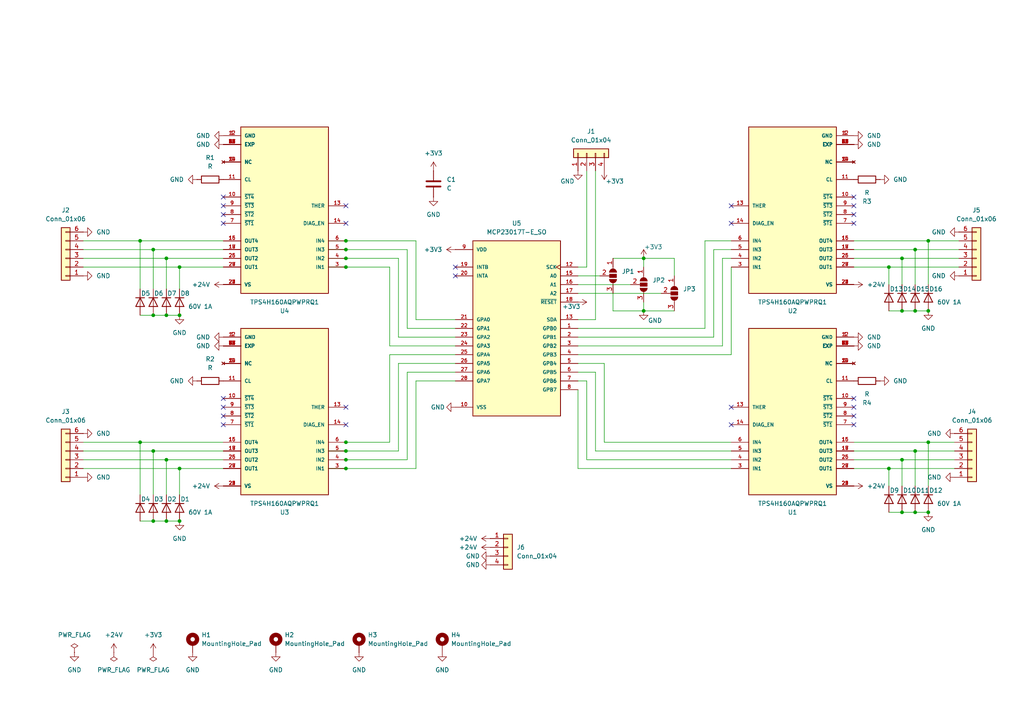
<source format=kicad_sch>
(kicad_sch (version 20250114) (generator "eeschema") (generator_version "9.0")
  (paper "A4")
  (lib_symbols
    (symbol "Connector_Generic:Conn_01x04" (pin_names (offset 1.016) (hide yes))
      (property "Reference" "J" (at 0 5.08 0))
      (property "Value" "Conn_01x04" (at 0 -7.62 0))
      (symbol "Conn_01x04_1_1"
        (pin passive line (at -5.08 2.54 0) (length 3.81) (name "Pin_1") (number "1"))
        (pin passive line (at -5.08 0 0) (length 3.81) (name "Pin_2") (number "2"))
        (pin passive line (at -5.08 -2.54 0) (length 3.81) (name "Pin_3") (number "3"))
        (pin passive line (at -5.08 -5.08 0) (length 3.81) (name "Pin_4") (number "4"))
      )
    )
    (symbol "Connector_Generic:Conn_01x06" (pin_names (offset 1.016) (hide yes))
      (property "Reference" "J" (at 0 7.62 0))
      (property "Value" "Conn_01x06" (at 0 -10.16 0))
      (symbol "Conn_01x06_1_1"
        (pin passive line (at -5.08 5.08 0) (length 3.81) (name "Pin_1") (number "1"))
        (pin passive line (at -5.08 2.54 0) (length 3.81) (name "Pin_2") (number "2"))
        (pin passive line (at -5.08 0 0) (length 3.81) (name "Pin_3") (number "3"))
        (pin passive line (at -5.08 -2.54 0) (length 3.81) (name "Pin_4") (number "4"))
        (pin passive line (at -5.08 -5.08 0) (length 3.81) (name "Pin_5") (number "5"))
        (pin passive line (at -5.08 -7.62 0) (length 3.81) (name "Pin_6") (number "6"))
      )
    )
    (symbol "Device:C" (pin_numbers (hide yes)) (pin_names (offset 0.254))
      (property "Reference" "C" (at 0.635 2.54 0))
      (property "Value" "C" (at 0.635 -2.54 0))
      (symbol "C_1_1"
        (pin passive line (at 0 3.81 270) (length 2.794) (name "~") (number "1"))
        (pin passive line (at 0 -3.81 90) (length 2.794) (name "~") (number "2"))
      )
    )
    (symbol "Device:D" (pin_numbers (hide yes)) (pin_names (offset 1.016) (hide yes))
      (property "Reference" "D" (at 0 2.54 0))
      (property "Value" "D" (at 0 -2.54 0))
      (symbol "D_1_1"
        (pin passive line (at -3.81 0 0) (length 2.54) (name "K") (number "1"))
        (pin passive line (at 3.81 0 180) (length 2.54) (name "A") (number "2"))
      )
    )
    (symbol "Device:R" (pin_numbers (hide yes)) (pin_names (offset 0))
      (property "Reference" "R" (at 2.032 0 90))
      (property "Value" "R" (at 0 0 90))
      (symbol "R_1_1"
        (pin passive line (at 0 3.81 270) (length 1.27) (name "~") (number "1"))
        (pin passive line (at 0 -3.81 90) (length 1.27) (name "~") (number "2"))
      )
    )
    (symbol "Jumper:SolderJumper_3_Open" (pin_names (offset 0) (hide yes)) (in_bom no)
      (property "Reference" "JP" (at -2.54 -2.54 0))
      (property "Value" "SolderJumper_3_Open" (at 0 2.794 0))
      (symbol "SolderJumper_3_Open_1_1"
        (pin passive line (at -5.08 0 0) (length 2.54) (name "A") (number "1"))
        (pin passive line (at 0 -3.81 90) (length 2.54) (name "C") (number "2"))
        (pin passive line (at 5.08 0 180) (length 2.54) (name "B") (number "3"))
      )
    )
    (symbol "MCP23017T-E_SO:MCP23017T-E_SO" (pin_names (offset 1.016))
      (property "Reference" "U" (at -12.7 25.4 0))
      (property "Value" "MCP23017T-E_SO" (at -12.7 -27.94 0))
      (symbol "MCP23017T-E_SO_0_0"
        (pin input clock (at -17.78 17.78 0) (length 5.08) (name "SCK") (number "12"))
        (pin input line (at -17.78 15.24 0) (length 5.08) (name "A0") (number "15"))
        (pin input line (at -17.78 12.7 0) (length 5.08) (name "A1") (number "16"))
        (pin input line (at -17.78 10.16 0) (length 5.08) (name "A2") (number "17"))
        (pin input line (at -17.78 7.62 0) (length 5.08) (name "~{RESET}") (number "18"))
        (pin bidirectional line (at -17.78 2.54 0) (length 5.08) (name "SDA") (number "13"))
        (pin bidirectional line (at -17.78 0 0) (length 5.08) (name "GPB0") (number "1"))
        (pin bidirectional line (at -17.78 -2.54 0) (length 5.08) (name "GPB1") (number "2"))
        (pin bidirectional line (at -17.78 -5.08 0) (length 5.08) (name "GPB2") (number "3"))
        (pin bidirectional line (at -17.78 -7.62 0) (length 5.08) (name "GPB3") (number "4"))
        (pin bidirectional line (at -17.78 -10.16 0) (length 5.08) (name "GPB4") (number "5"))
        (pin bidirectional line (at -17.78 -12.7 0) (length 5.08) (name "GPB5") (number "6"))
        (pin bidirectional line (at -17.78 -15.24 0) (length 5.08) (name "GPB6") (number "7"))
        (pin bidirectional line (at -17.78 -17.78 0) (length 5.08) (name "GPB7") (number "8"))
        (pin power_in line (at 17.78 22.86 180) (length 5.08) (name "VDD") (number "9"))
        (pin output line (at 17.78 17.78 180) (length 5.08) (name "INTB") (number "19"))
        (pin output line (at 17.78 15.24 180) (length 5.08) (name "INTA") (number "20"))
        (pin bidirectional line (at 17.78 2.54 180) (length 5.08) (name "GPA0") (number "21"))
        (pin bidirectional line (at 17.78 0 180) (length 5.08) (name "GPA1") (number "22"))
        (pin bidirectional line (at 17.78 -2.54 180) (length 5.08) (name "GPA2") (number "23"))
        (pin bidirectional line (at 17.78 -5.08 180) (length 5.08) (name "GPA3") (number "24"))
        (pin bidirectional line (at 17.78 -7.62 180) (length 5.08) (name "GPA4") (number "25"))
        (pin bidirectional line (at 17.78 -10.16 180) (length 5.08) (name "GPA5") (number "26"))
        (pin bidirectional line (at 17.78 -12.7 180) (length 5.08) (name "GPA6") (number "27"))
        (pin bidirectional line (at 17.78 -15.24 180) (length 5.08) (name "GPA7") (number "28"))
        (pin power_in line (at 17.78 -22.86 180) (length 5.08) (name "VSS") (number "10"))
      )
    )
    (symbol "Mechanical:MountingHole_Pad" (pin_numbers (hide yes)) (pin_names (offset 1.016) (hide yes)) (in_bom no)
      (property "Reference" "H" (at 0 6.35 0))
      (property "Value" "MountingHole_Pad" (at 0 4.445 0))
      (symbol "MountingHole_Pad_1_1"
        (pin input line (at 0 -2.54 90) (length 2.54) (name "1") (number "1"))
      )
    )
    (symbol "TPS4H160AQPWPRQ1:TPS4H160AQPWPRQ1" (pin_names (offset 1.016))
      (property "Reference" "U" (at -12.7 23.86 0))
      (property "Value" "TPS4H160AQPWPRQ1" (at -12.7 -27.94 0))
      (symbol "TPS4H160AQPWPRQ1_0_0"
        (pin input line (at -17.78 15.24 0) (length 5.08) (name "IN1") (number "3"))
        (pin input line (at -17.78 12.7 0) (length 5.08) (name "IN2") (number "4"))
        (pin input line (at -17.78 10.16 0) (length 5.08) (name "IN3") (number "5"))
        (pin input line (at -17.78 7.62 0) (length 5.08) (name "IN4") (number "6"))
        (pin input line (at -17.78 2.54 0) (length 5.08) (name "DIAG_EN") (number "14"))
        (pin input line (at -17.78 -2.54 0) (length 5.08) (name "THER") (number "13"))
        (pin power_in line (at 17.78 20.32 180) (length 5.08) (name "VS") (number "20"))
        (pin power_in line (at 17.78 20.32 180) (length 5.08) (name "VS") (number "21"))
        (pin power_in line (at 17.78 20.32 180) (length 5.08) (name "VS") (number "22"))
        (pin power_in line (at 17.78 20.32 180) (length 5.08) (name "VS") (number "23"))
        (pin output line (at 17.78 15.24 180) (length 5.08) (name "OUT1") (number "27"))
        (pin output line (at 17.78 15.24 180) (length 5.08) (name "OUT1") (number "28"))
        (pin output line (at 17.78 12.7 180) (length 5.08) (name "OUT2") (number "25"))
        (pin output line (at 17.78 12.7 180) (length 5.08) (name "OUT2") (number "26"))
        (pin output line (at 17.78 10.16 180) (length 5.08) (name "OUT3") (number "17"))
        (pin output line (at 17.78 10.16 180) (length 5.08) (name "OUT3") (number "18"))
        (pin output line (at 17.78 7.62 180) (length 5.08) (name "OUT4") (number "15"))
        (pin output line (at 17.78 7.62 180) (length 5.08) (name "OUT4") (number "16"))
        (pin output line (at 17.78 2.54 180) (length 5.08) (name "~{ST1}") (number "7"))
        (pin output line (at 17.78 0 180) (length 5.08) (name "~{ST2}") (number "8"))
        (pin output line (at 17.78 -2.54 180) (length 5.08) (name "~{ST3}") (number "9"))
        (pin output line (at 17.78 -5.08 180) (length 5.08) (name "~{ST4}") (number "10"))
        (pin output line (at 17.78 -10.16 180) (length 5.08) (name "CL") (number "11"))
        (pin no_connect line (at 17.78 -15.24 180) (length 5.08) (name "NC") (number "19"))
        (pin no_connect line (at 17.78 -15.24 180) (length 5.08) (name "NC") (number "2"))
        (pin no_connect line (at 17.78 -15.24 180) (length 5.08) (name "NC") (number "24"))
        (pin power_in line (at 17.78 -20.32 180) (length 5.08) (name "EXP") (number "29"))
        (pin power_in line (at 17.78 -20.32 180) (length 5.08) (name "EXP") (number "30"))
        (pin power_in line (at 17.78 -20.32 180) (length 5.08) (name "EXP") (number "31"))
        (pin power_in line (at 17.78 -20.32 180) (length 5.08) (name "EXP") (number "32"))
        (pin power_in line (at 17.78 -20.32 180) (length 5.08) (name "EXP") (number "33"))
        (pin power_in line (at 17.78 -20.32 180) (length 5.08) (name "EXP") (number "34"))
        (pin power_in line (at 17.78 -20.32 180) (length 5.08) (name "EXP") (number "35"))
        (pin power_in line (at 17.78 -20.32 180) (length 5.08) (name "EXP") (number "36"))
        (pin power_in line (at 17.78 -20.32 180) (length 5.08) (name "EXP") (number "37"))
        (pin power_in line (at 17.78 -20.32 180) (length 5.08) (name "EXP") (number "38"))
        (pin power_in line (at 17.78 -20.32 180) (length 5.08) (name "EXP") (number "39"))
        (pin power_in line (at 17.78 -20.32 180) (length 5.08) (name "EXP") (number "40"))
        (pin power_in line (at 17.78 -20.32 180) (length 5.08) (name "EXP") (number "41"))
        (pin power_in line (at 17.78 -20.32 180) (length 5.08) (name "EXP") (number "42"))
        (pin power_in line (at 17.78 -20.32 180) (length 5.08) (name "EXP") (number "43"))
        (pin power_in line (at 17.78 -20.32 180) (length 5.08) (name "EXP") (number "44"))
        (pin power_in line (at 17.78 -20.32 180) (length 5.08) (name "EXP") (number "45"))
        (pin power_in line (at 17.78 -20.32 180) (length 5.08) (name "EXP") (number "46"))
        (pin power_in line (at 17.78 -20.32 180) (length 5.08) (name "EXP") (number "47"))
        (pin power_in line (at 17.78 -20.32 180) (length 5.08) (name "EXP") (number "48"))
        (pin power_in line (at 17.78 -20.32 180) (length 5.08) (name "EXP") (number "49"))
        (pin power_in line (at 17.78 -20.32 180) (length 5.08) (name "EXP") (number "50"))
        (pin power_in line (at 17.78 -20.32 180) (length 5.08) (name "EXP") (number "51"))
        (pin power_in line (at 17.78 -20.32 180) (length 5.08) (name "EXP") (number "52"))
        (pin power_in line (at 17.78 -20.32 180) (length 5.08) (name "EXP") (number "53"))
        (pin power_in line (at 17.78 -22.86 180) (length 5.08) (name "GND") (number "1"))
        (pin power_in line (at 17.78 -22.86 180) (length 5.08) (name "GND") (number "12"))
      )
    )
    (symbol "power:+24V" (power) (pin_numbers (hide yes)) (pin_names (offset 0) (hide yes))
      (property "Value" "+24V" (at 0 3.556 0))
      (symbol "+24V_1_1"
        (pin power_in line (at 0 0 90) (length 0) (name "~") (number "1"))
      )
    )
    (symbol "power:+3V3" (power) (pin_numbers (hide yes)) (pin_names (offset 0) (hide yes))
      (property "Value" "+3V3" (at 0 3.556 0))
      (symbol "+3V3_1_1"
        (pin power_in line (at 0 0 90) (length 0) (name "~") (number "1"))
      )
    )
    (symbol "power:GND" (power) (pin_numbers (hide yes)) (pin_names (offset 0) (hide yes))
      (property "Value" "GND" (at 0 -3.81 0))
      (symbol "GND_1_1"
        (pin power_in line (at 0 0 270) (length 0) (name "~") (number "1"))
      )
    )
    (symbol "power:PWR_FLAG" (power) (pin_numbers (hide yes)) (pin_names (offset 0) (hide yes))
      (property "Value" "PWR_FLAG" (at 0 3.81 0))
      (symbol "PWR_FLAG_0_0"
        (pin power_out line (at 0 0 90) (length 0) (name "~") (number "1"))
      )
    )
  )
  (junction (at 52.07 151.13))
  (junction (at 261.62 148.59))
  (junction (at 100.33 74.93))
  (junction (at 48.26 133.35))
  (junction (at 269.24 128.27))
  (junction (at 52.07 77.47))
  (junction (at 48.26 74.93))
  (junction (at 44.45 151.13))
  (junction (at 261.62 90.17))
  (junction (at 44.45 130.81))
  (junction (at 40.64 128.27))
  (junction (at 265.43 130.81))
  (junction (at 186.69 74.93))
  (junction (at 48.26 151.13))
  (junction (at 100.33 128.27))
  (junction (at 52.07 135.89))
  (junction (at 269.24 148.59))
  (junction (at 100.33 133.35))
  (junction (at 269.24 90.17))
  (junction (at 261.62 133.35))
  (junction (at 186.69 90.17))
  (junction (at 100.33 69.85))
  (junction (at 100.33 77.47))
  (junction (at 265.43 148.59))
  (junction (at 40.64 69.85))
  (junction (at 269.24 69.85))
  (junction (at 257.81 135.89))
  (junction (at 44.45 91.44))
  (junction (at 265.43 72.39))
  (junction (at 44.45 72.39))
  (junction (at 52.07 91.44))
  (junction (at 265.43 90.17))
  (junction (at 48.26 91.44))
  (junction (at 261.62 74.93))
  (junction (at 100.33 130.81))
  (junction (at 100.33 135.89))
  (junction (at 100.33 72.39))
  (junction (at 257.81 77.47))
  (no_connect (at 64.77 62.23))
  (no_connect (at 247.65 62.23))
  (no_connect (at 247.65 123.19))
  (no_connect (at 100.33 64.77))
  (no_connect (at 132.08 77.47))
  (no_connect (at 212.09 118.11))
  (no_connect (at 212.09 123.19))
  (no_connect (at 64.77 120.65))
  (no_connect (at 247.65 64.77))
  (no_connect (at 64.77 57.15))
  (no_connect (at 64.77 59.69))
  (no_connect (at 247.65 118.11))
  (no_connect (at 247.65 57.15))
  (no_connect (at 247.65 59.69))
  (no_connect (at 132.08 80.01))
  (no_connect (at 247.65 120.65))
  (no_connect (at 100.33 118.11))
  (no_connect (at 212.09 64.77))
  (no_connect (at 64.77 64.77))
  (no_connect (at 247.65 115.57))
  (no_connect (at 212.09 59.69))
  (no_connect (at 100.33 59.69))
  (no_connect (at 64.77 115.57))
  (no_connect (at 64.77 123.19))
  (no_connect (at 100.33 123.19))
  (no_connect (at 64.77 118.11))
  (wire (pts (xy 172.72 107.95) (xy 172.72 130.81)))
  (wire (pts (xy 261.62 82.55) (xy 261.62 74.93)))
  (wire (pts (xy 118.11 107.95) (xy 132.08 107.95)))
  (wire (pts (xy 195.58 80.01) (xy 195.58 74.93)))
  (wire (pts (xy 95.25 135.89) (xy 100.33 135.89)))
  (wire (pts (xy 40.64 151.13) (xy 44.45 151.13)))
  (wire (pts (xy 247.65 74.93) (xy 261.62 74.93)))
  (wire (pts (xy 24.13 128.27) (xy 40.64 128.27)))
  (wire (pts (xy 207.01 97.79) (xy 167.64 97.79)))
  (wire (pts (xy 48.26 133.35) (xy 64.77 133.35)))
  (wire (pts (xy 247.65 72.39) (xy 265.43 72.39)))
  (wire (pts (xy 48.26 133.35) (xy 48.26 143.51)))
  (wire (pts (xy 167.64 85.09) (xy 191.77 85.09)))
  (wire (pts (xy 113.03 77.47) (xy 113.03 100.33)))
  (wire (pts (xy 113.03 128.27) (xy 113.03 102.87)))
  (wire (pts (xy 247.65 128.27) (xy 269.24 128.27)))
  (wire (pts (xy 48.26 91.44) (xy 52.07 91.44)))
  (wire (pts (xy 167.64 107.95) (xy 172.72 107.95)))
  (wire (pts (xy 265.43 148.59) (xy 269.24 148.59)))
  (wire (pts (xy 212.09 74.93) (xy 209.55 74.93)))
  (wire (pts (xy 186.69 87.63) (xy 186.69 90.17)))
  (wire (pts (xy 52.07 77.47) (xy 52.07 83.82)))
  (wire (pts (xy 115.57 105.41) (xy 132.08 105.41)))
  (wire (pts (xy 265.43 130.81) (xy 265.43 140.97)))
  (wire (pts (xy 120.65 110.49) (xy 132.08 110.49)))
  (wire (pts (xy 40.64 128.27) (xy 64.77 128.27)))
  (wire (pts (xy 170.18 77.47) (xy 167.64 77.47)))
  (wire (pts (xy 212.09 72.39) (xy 207.01 72.39)))
  (wire (pts (xy 170.18 110.49) (xy 170.18 133.35)))
  (wire (pts (xy 95.25 133.35) (xy 100.33 133.35)))
  (wire (pts (xy 167.64 105.41) (xy 175.26 105.41)))
  (wire (pts (xy 115.57 130.81) (xy 115.57 105.41)))
  (wire (pts (xy 269.24 128.27) (xy 276.86 128.27)))
  (wire (pts (xy 247.65 69.85) (xy 269.24 69.85)))
  (wire (pts (xy 172.72 130.81) (xy 212.09 130.81)))
  (wire (pts (xy 44.45 91.44) (xy 48.26 91.44)))
  (wire (pts (xy 265.43 72.39) (xy 278.13 72.39)))
  (wire (pts (xy 247.65 133.35) (xy 261.62 133.35)))
  (wire (pts (xy 261.62 74.93) (xy 278.13 74.93)))
  (wire (pts (xy 186.69 74.93) (xy 177.8 74.93)))
  (wire (pts (xy 167.64 82.55) (xy 182.88 82.55)))
  (wire (pts (xy 100.33 135.89) (xy 120.65 135.89)))
  (wire (pts (xy 40.64 91.44) (xy 44.45 91.44)))
  (wire (pts (xy 113.03 102.87) (xy 132.08 102.87)))
  (wire (pts (xy 257.81 135.89) (xy 257.81 140.97)))
  (wire (pts (xy 170.18 49.53) (xy 170.18 77.47)))
  (wire (pts (xy 100.33 130.81) (xy 115.57 130.81)))
  (wire (pts (xy 186.69 90.17) (xy 195.58 90.17)))
  (wire (pts (xy 177.8 90.17) (xy 186.69 90.17)))
  (wire (pts (xy 269.24 128.27) (xy 269.24 140.97)))
  (wire (pts (xy 265.43 72.39) (xy 265.43 82.55)))
  (wire (pts (xy 247.65 135.89) (xy 257.81 135.89)))
  (wire (pts (xy 261.62 90.17) (xy 265.43 90.17)))
  (wire (pts (xy 120.65 135.89) (xy 120.65 110.49)))
  (wire (pts (xy 204.47 69.85) (xy 204.47 95.25)))
  (wire (pts (xy 100.33 74.93) (xy 115.57 74.93)))
  (wire (pts (xy 172.72 92.71) (xy 167.64 92.71)))
  (wire (pts (xy 175.26 128.27) (xy 212.09 128.27)))
  (wire (pts (xy 24.13 74.93) (xy 48.26 74.93)))
  (wire (pts (xy 167.64 113.03) (xy 167.64 135.89)))
  (wire (pts (xy 44.45 151.13) (xy 48.26 151.13)))
  (wire (pts (xy 24.13 77.47) (xy 52.07 77.47)))
  (wire (pts (xy 64.77 74.93) (xy 48.26 74.93)))
  (wire (pts (xy 265.43 130.81) (xy 276.86 130.81)))
  (wire (pts (xy 64.77 77.47) (xy 52.07 77.47)))
  (wire (pts (xy 40.64 128.27) (xy 40.64 143.51)))
  (wire (pts (xy 118.11 72.39) (xy 118.11 95.25)))
  (wire (pts (xy 64.77 72.39) (xy 44.45 72.39)))
  (wire (pts (xy 100.33 72.39) (xy 118.11 72.39)))
  (wire (pts (xy 257.81 135.89) (xy 276.86 135.89)))
  (wire (pts (xy 113.03 100.33) (xy 132.08 100.33)))
  (wire (pts (xy 100.33 77.47) (xy 113.03 77.47)))
  (wire (pts (xy 247.65 130.81) (xy 265.43 130.81)))
  (wire (pts (xy 209.55 74.93) (xy 209.55 100.33)))
  (wire (pts (xy 115.57 74.93) (xy 115.57 97.79)))
  (wire (pts (xy 95.25 130.81) (xy 100.33 130.81)))
  (wire (pts (xy 167.64 135.89) (xy 212.09 135.89)))
  (wire (pts (xy 95.25 74.93) (xy 100.33 74.93)))
  (wire (pts (xy 24.13 133.35) (xy 48.26 133.35)))
  (wire (pts (xy 24.13 130.81) (xy 44.45 130.81)))
  (wire (pts (xy 212.09 102.87) (xy 167.64 102.87)))
  (wire (pts (xy 269.24 69.85) (xy 269.24 82.55)))
  (wire (pts (xy 95.25 72.39) (xy 100.33 72.39)))
  (wire (pts (xy 212.09 69.85) (xy 204.47 69.85)))
  (wire (pts (xy 170.18 133.35) (xy 212.09 133.35)))
  (wire (pts (xy 95.25 77.47) (xy 100.33 77.47)))
  (wire (pts (xy 100.33 133.35) (xy 118.11 133.35)))
  (wire (pts (xy 265.43 90.17) (xy 269.24 90.17)))
  (wire (pts (xy 95.25 128.27) (xy 100.33 128.27)))
  (wire (pts (xy 64.77 69.85) (xy 40.64 69.85)))
  (wire (pts (xy 115.57 97.79) (xy 132.08 97.79)))
  (wire (pts (xy 44.45 130.81) (xy 64.77 130.81)))
  (wire (pts (xy 48.26 151.13) (xy 52.07 151.13)))
  (wire (pts (xy 52.07 135.89) (xy 64.77 135.89)))
  (wire (pts (xy 44.45 72.39) (xy 44.45 83.82)))
  (wire (pts (xy 44.45 130.81) (xy 44.45 143.51)))
  (wire (pts (xy 247.65 77.47) (xy 257.81 77.47)))
  (wire (pts (xy 100.33 128.27) (xy 113.03 128.27)))
  (wire (pts (xy 120.65 69.85) (xy 120.65 92.71)))
  (wire (pts (xy 195.58 74.93) (xy 186.69 74.93)))
  (wire (pts (xy 257.81 77.47) (xy 257.81 82.55)))
  (wire (pts (xy 24.13 135.89) (xy 52.07 135.89)))
  (wire (pts (xy 48.26 74.93) (xy 48.26 83.82)))
  (wire (pts (xy 120.65 92.71) (xy 132.08 92.71)))
  (wire (pts (xy 212.09 77.47) (xy 212.09 102.87)))
  (wire (pts (xy 261.62 133.35) (xy 276.86 133.35)))
  (wire (pts (xy 24.13 72.39) (xy 44.45 72.39)))
  (wire (pts (xy 100.33 69.85) (xy 120.65 69.85)))
  (wire (pts (xy 257.81 77.47) (xy 278.13 77.47)))
  (wire (pts (xy 269.24 69.85) (xy 278.13 69.85)))
  (wire (pts (xy 261.62 148.59) (xy 265.43 148.59)))
  (wire (pts (xy 209.55 100.33) (xy 167.64 100.33)))
  (wire (pts (xy 172.72 49.53) (xy 172.72 92.71)))
  (wire (pts (xy 207.01 72.39) (xy 207.01 97.79)))
  (wire (pts (xy 175.26 105.41) (xy 175.26 128.27)))
  (wire (pts (xy 24.13 69.85) (xy 40.64 69.85)))
  (wire (pts (xy 118.11 95.25) (xy 132.08 95.25)))
  (wire (pts (xy 167.64 110.49) (xy 170.18 110.49)))
  (wire (pts (xy 257.81 148.59) (xy 261.62 148.59)))
  (wire (pts (xy 186.69 74.93) (xy 186.69 77.47)))
  (wire (pts (xy 261.62 133.35) (xy 261.62 140.97)))
  (wire (pts (xy 40.64 69.85) (xy 40.64 83.82)))
  (wire (pts (xy 95.25 69.85) (xy 100.33 69.85)))
  (wire (pts (xy 177.8 85.09) (xy 177.8 90.17)))
  (wire (pts (xy 118.11 133.35) (xy 118.11 107.95)))
  (wire (pts (xy 257.81 90.17) (xy 261.62 90.17)))
  (wire (pts (xy 167.64 80.01) (xy 173.99 80.01)))
  (wire (pts (xy 204.47 95.25) (xy 167.64 95.25)))
  (wire (pts (xy 52.07 135.89) (xy 52.07 143.51)))
  (symbol (lib_id "power:GND") (at 24.13 125.73 90) (unit 1)
    (property "Reference" "#PWR037" (effects (hide yes)))
    (property "Value" "GND" (at 27.94 125.7299 90) (effects (justify right)))
    (property "Description" "Power symbol creates a global label with name \"GND\" , ground" (effects (hide yes)))
  )
  (symbol (lib_id "Mechanical:MountingHole_Pad") (at 128.27 186.69 0) (unit 1) (in_bom no)
    (property "Reference" "H4" (at 130.81 184.1499 0) (effects (justify left)))
    (property "Value" "MountingHole_Pad" (at 130.81 186.6899 0) (effects (justify left)))
    (property "Footprint" "MountingHole:MountingHole_3.2mm_M3_Pad_Via" (effects (hide yes)))
    (property "Description" "Mounting Hole with connection" (effects (hide yes)))
  )
  (symbol (lib_id "power:PWR_FLAG") (at 21.59 189.23 0) (unit 1)
    (property "Reference" "#FLG01" (effects (hide yes)))
    (property "Value" "PWR_FLAG" (at 21.59 184.15 0))
    (property "Description" "Special symbol for telling ERC where power comes from" (effects (hide yes)))
  )
  (symbol (lib_id "Mechanical:MountingHole_Pad") (at 80.01 186.69 0) (unit 1) (in_bom no)
    (property "Reference" "H2" (at 82.55 184.1499 0) (effects (justify left)))
    (property "Value" "MountingHole_Pad" (at 82.55 186.6899 0) (effects (justify left)))
    (property "Footprint" "MountingHole:MountingHole_3.2mm_M3_Pad_Via" (effects (hide yes)))
    (property "Description" "Mounting Hole with connection" (effects (hide yes)))
  )
  (symbol (lib_id "power:+3V3") (at 186.69 74.93 0) (unit 1)
    (property "Reference" "#PWR026" (effects (hide yes)))
    (property "Value" "+3V3" (at 189.484 71.628 0))
    (property "Description" "Power symbol creates a global label with name \"+3V3\"" (effects (hide yes)))
  )
  (symbol (lib_id "Device:D") (at 269.24 144.78 270) (unit 1)
    (property "Reference" "D12" (at 269.494 142.24 90) (effects (justify left)))
    (property "Value" "60V 1A" (at 271.78 146.0499 90) (effects (justify left)))
    (property "Footprint" "Diode_SMD:D_SOD-323_HandSoldering" (effects (hide yes)))
    (property "Description" "Diode" (effects (hide yes)))
    (property "Sim.Device" "D" (effects (hide yes)))
    (property "Sim.Pins" "1=K 2=A" (effects (hide yes)))
    (property "Mouser" " 771-PMEG6010CEJ-T/R " (effects (hide yes)))
  )
  (symbol (lib_id "power:GND") (at 52.07 151.13 0) (unit 1)
    (property "Reference" "#PWR022" (effects (hide yes)))
    (property "Value" "GND" (at 52.07 156.21 0))
    (property "Description" "Power symbol creates a global label with name \"GND\" , ground" (effects (hide yes)))
  )
  (symbol (lib_id "power:GND") (at 278.13 80.01 270) (mirror x) (unit 1)
    (property "Reference" "#PWR042" (effects (hide yes)))
    (property "Value" "GND" (at 274.32 80.0099 90) (effects (justify right)))
    (property "Description" "Power symbol creates a global label with name \"GND\" , ground" (effects (hide yes)))
  )
  (symbol (lib_id "power:+3V3") (at 125.73 49.53 0) (unit 1)
    (property "Reference" "#PWR048" (effects (hide yes)))
    (property "Value" "+3V3" (at 125.73 44.45 0))
    (property "Description" "Power symbol creates a global label with name \"+3V3\"" (effects (hide yes)))
  )
  (symbol (lib_id "power:+24V") (at 247.65 82.55 270) (unit 1)
    (property "Reference" "#PWR016" (effects (hide yes)))
    (property "Value" "+24V" (at 251.46 82.5499 90) (effects (justify left)))
    (property "Description" "Power symbol creates a global label with name \"+24V\"" (effects (hide yes)))
  )
  (symbol (lib_id "power:GND") (at 247.65 41.91 90) (unit 1)
    (property "Reference" "#PWR018" (effects (hide yes)))
    (property "Value" "GND" (at 251.46 41.9099 90) (effects (justify right)))
    (property "Description" "Power symbol creates a global label with name \"GND\" , ground" (effects (hide yes)))
  )
  (symbol (lib_id "power:GND") (at 24.13 138.43 90) (unit 1)
    (property "Reference" "#PWR038" (effects (hide yes)))
    (property "Value" "GND" (at 27.94 138.4299 90) (effects (justify right)))
    (property "Description" "Power symbol creates a global label with name \"GND\" , ground" (effects (hide yes)))
  )
  (symbol (lib_id "Device:C") (at 125.73 53.34 0) (unit 1)
    (property "Reference" "C1" (at 129.54 52.0699 0) (effects (justify left)))
    (property "Value" "C" (at 129.54 54.6099 0) (effects (justify left)))
    (property "Footprint" "Capacitor_SMD:C_0805_2012Metric_Pad1.18x1.45mm_HandSolder" (effects (hide yes)))
    (property "Description" "Unpolarized capacitor" (effects (hide yes)))
  )
  (symbol (lib_id "power:+3V3") (at 175.26 49.53 180) (unit 1)
    (property "Reference" "#PWR028" (effects (hide yes)))
    (property "Value" "+3V3" (at 178.308 52.578 0))
    (property "Description" "Power symbol creates a global label with name \"+3V3\"" (effects (hide yes)))
  )
  (symbol (lib_id "power:GND") (at 186.69 90.17 0) (unit 1)
    (property "Reference" "#PWR027" (effects (hide yes)))
    (property "Value" "GND" (at 189.992 92.964 0))
    (property "Description" "Power symbol creates a global label with name \"GND\" , ground" (effects (hide yes)))
  )
  (symbol (lib_id "Connector_Generic:Conn_01x06") (at 19.05 133.35 180) (unit 1)
    (property "Reference" "J3" (at 19.05 119.38 0))
    (property "Value" "Conn_01x06" (at 19.05 121.92 0))
    (property "Footprint" "Connector_Samtec_HPM_THT:Samtec_HPM-06-05-x-S_Straight_1x06_Pitch5.08mm" (effects (hide yes)))
    (property "Description" "Generic connector, single row, 01x06, script generated (kicad-library-utils/schlib/autogen/connector/)" (effects (hide yes)))
  )
  (symbol (lib_id "power:GND") (at 247.65 39.37 90) (unit 1)
    (property "Reference" "#PWR08" (effects (hide yes)))
    (property "Value" "GND" (at 251.46 39.3699 90) (effects (justify right)))
    (property "Description" "Power symbol creates a global label with name \"GND\" , ground" (effects (hide yes)))
  )
  (symbol (lib_id "power:GND") (at 142.24 163.83 270) (unit 1)
    (property "Reference" "#PWR046" (effects (hide yes)))
    (property "Value" "GND" (at 139.192 163.83 90) (effects (justify right)))
    (property "Description" "Power symbol creates a global label with name \"GND\" , ground" (effects (hide yes)))
  )
  (symbol (lib_id "Device:D") (at 265.43 144.78 270) (unit 1)
    (property "Reference" "D11" (at 265.684 142.24 90) (effects (justify left)))
    (property "Value" "60V 1A" (effects (hide yes)))
    (property "Footprint" "Diode_SMD:D_SOD-323_HandSoldering" (effects (hide yes)))
    (property "Description" "Diode" (effects (hide yes)))
    (property "Sim.Device" "D" (effects (hide yes)))
    (property "Sim.Pins" "1=K 2=A" (effects (hide yes)))
    (property "Mouser" " 771-PMEG6010CEJ-T/R " (effects (hide yes)))
  )
  (symbol (lib_id "Jumper:SolderJumper_3_Open") (at 195.58 85.09 270) (unit 1) (in_bom no)
    (property "Reference" "JP3" (at 198.12 83.8199 90) (effects (justify left)))
    (property "Value" "SolderJumper_3_Open" (effects (hide yes)))
    (property "Footprint" "Jumper:SolderJumper-3_P1.3mm_Open_RoundedPad1.0x1.5mm" (effects (hide yes)))
    (property "Description" "Solder Jumper, 3-pole, open" (effects (hide yes)))
  )
  (symbol (lib_id "power:GND") (at 57.15 110.49 270) (unit 1)
    (property "Reference" "#PWR032" (effects (hide yes)))
    (property "Value" "GND" (at 53.34 110.4899 90) (effects (justify right)))
    (property "Description" "Power symbol creates a global label with name \"GND\" , ground" (effects (hide yes)))
  )
  (symbol (lib_id "power:GND") (at 64.77 97.79 270) (unit 1)
    (property "Reference" "#PWR05" (effects (hide yes)))
    (property "Value" "GND" (at 60.96 97.7899 90) (effects (justify right)))
    (property "Description" "Power symbol creates a global label with name \"GND\" , ground" (effects (hide yes)))
  )
  (symbol (lib_id "power:GND") (at 255.27 52.07 90) (unit 1)
    (property "Reference" "#PWR033" (effects (hide yes)))
    (property "Value" "GND" (at 259.08 52.0701 90) (effects (justify right)))
    (property "Description" "Power symbol creates a global label with name \"GND\" , ground" (effects (hide yes)))
  )
  (symbol (lib_id "power:+3V3") (at 167.64 87.63 270) (unit 1)
    (property "Reference" "#PWR030" (effects (hide yes)))
    (property "Value" "+3V3" (at 163.068 88.9 90) (effects (justify left)))
    (property "Description" "Power symbol creates a global label with name \"+3V3\"" (effects (hide yes)))
  )
  (symbol (lib_id "power:+24V") (at 247.65 140.97 270) (unit 1)
    (property "Reference" "#PWR017" (effects (hide yes)))
    (property "Value" "+24V" (at 251.46 140.9699 90) (effects (justify left)))
    (property "Description" "Power symbol creates a global label with name \"+24V\"" (effects (hide yes)))
  )
  (symbol (lib_id "power:GND") (at 57.15 52.07 270) (unit 1)
    (property "Reference" "#PWR031" (effects (hide yes)))
    (property "Value" "GND" (at 53.34 52.0699 90) (effects (justify right)))
    (property "Description" "Power symbol creates a global label with name \"GND\" , ground" (effects (hide yes)))
  )
  (symbol (lib_id "power:GND") (at 64.77 100.33 270) (unit 1)
    (property "Reference" "#PWR020" (effects (hide yes)))
    (property "Value" "GND" (at 60.96 100.3299 90) (effects (justify right)))
    (property "Description" "Power symbol creates a global label with name \"GND\" , ground" (effects (hide yes)))
  )
  (symbol (lib_id "power:GND") (at 278.13 67.31 270) (mirror x) (unit 1)
    (property "Reference" "#PWR041" (effects (hide yes)))
    (property "Value" "GND" (at 274.32 67.3099 90) (effects (justify right)))
    (property "Description" "Power symbol creates a global label with name \"GND\" , ground" (effects (hide yes)))
  )
  (symbol (lib_id "power:GND") (at 64.77 41.91 270) (unit 1)
    (property "Reference" "#PWR021" (effects (hide yes)))
    (property "Value" "GND" (at 60.96 41.9099 90) (effects (justify right)))
    (property "Description" "Power symbol creates a global label with name \"GND\" , ground" (effects (hide yes)))
  )
  (symbol (lib_id "Device:D") (at 44.45 87.63 270) (unit 1)
    (property "Reference" "D6" (at 44.704 85.09 90) (effects (justify left)))
    (property "Value" "60V 1A" (effects (hide yes)))
    (property "Footprint" "Diode_SMD:D_SOD-323_HandSoldering" (effects (hide yes)))
    (property "Description" "Diode" (effects (hide yes)))
    (property "Sim.Device" "D" (effects (hide yes)))
    (property "Sim.Pins" "1=K 2=A" (effects (hide yes)))
    (property "Mouser" " 771-PMEG6010CEJ-T/R " (effects (hide yes)))
  )
  (symbol (lib_id "power:GND") (at 247.65 100.33 90) (unit 1)
    (property "Reference" "#PWR019" (effects (hide yes)))
    (property "Value" "GND" (at 251.46 100.3299 90) (effects (justify right)))
    (property "Description" "Power symbol creates a global label with name \"GND\" , ground" (effects (hide yes)))
  )
  (symbol (lib_id "Connector_Generic:Conn_01x06") (at 283.21 74.93 0) (mirror x) (unit 1)
    (property "Reference" "J5" (at 283.21 60.96 0))
    (property "Value" "Conn_01x06" (at 283.21 63.5 0))
    (property "Footprint" "Connector_Samtec_HPM_THT:Samtec_HPM-06-05-x-S_Straight_1x06_Pitch5.08mm" (effects (hide yes)))
    (property "Description" "Generic connector, single row, 01x06, script generated (kicad-library-utils/schlib/autogen/connector/)" (effects (hide yes)))
  )
  (symbol (lib_id "Device:D") (at 40.64 147.32 270) (unit 1)
    (property "Reference" "D4" (at 40.894 144.78 90) (effects (justify left)))
    (property "Value" "60V 1A" (effects (hide yes)))
    (property "Footprint" "Diode_SMD:D_SOD-323_HandSoldering" (effects (hide yes)))
    (property "Description" "Diode" (effects (hide yes)))
    (property "Sim.Device" "D" (effects (hide yes)))
    (property "Sim.Pins" "1=K 2=A" (effects (hide yes)))
    (property "Mouser" " 771-PMEG6010CEJ-T/R " (effects (hide yes)))
  )
  (symbol (lib_id "power:GND") (at 21.59 189.23 0) (unit 1)
    (property "Reference" "#PWR010" (effects (hide yes)))
    (property "Value" "GND" (at 21.59 194.31 0))
    (property "Description" "Power symbol creates a global label with name \"GND\" , ground" (effects (hide yes)))
  )
  (symbol (lib_id "power:GND") (at 125.73 57.15 0) (unit 1)
    (property "Reference" "#PWR047" (effects (hide yes)))
    (property "Value" "GND" (at 125.73 62.23 0))
    (property "Description" "Power symbol creates a global label with name \"GND\" , ground" (effects (hide yes)))
  )
  (symbol (lib_id "Connector_Generic:Conn_01x04") (at 147.32 158.75 0) (unit 1)
    (property "Reference" "J6" (at 149.86 158.7499 0) (effects (justify left)))
    (property "Value" "Conn_01x04" (at 149.86 161.2899 0) (effects (justify left)))
    (property "Footprint" "Connector_Samtec_HPM_THT:Samtec_HPM-04-05-x-S_Straight_1x04_Pitch5.08mm" (effects (hide yes)))
    (property "Description" "Generic connector, single row, 01x04, script generated (kicad-library-utils/schlib/autogen/connector/)" (effects (hide yes)))
  )
  (symbol (lib_id "Device:D") (at 48.26 87.63 270) (unit 1)
    (property "Reference" "D7" (at 48.514 85.09 90) (effects (justify left)))
    (property "Value" "60V 1A" (effects (hide yes)))
    (property "Footprint" "Diode_SMD:D_SOD-323_HandSoldering" (effects (hide yes)))
    (property "Description" "Diode" (effects (hide yes)))
    (property "Sim.Device" "D" (effects (hide yes)))
    (property "Sim.Pins" "1=K 2=A" (effects (hide yes)))
    (property "Mouser" " 771-PMEG6010CEJ-T/R " (effects (hide yes)))
  )
  (symbol (lib_id "power:PWR_FLAG") (at 44.45 189.23 180) (unit 1)
    (property "Reference" "#FLG03" (effects (hide yes)))
    (property "Value" "PWR_FLAG" (at 44.45 194.31 0))
    (property "Description" "Special symbol for telling ERC where power comes from" (effects (hide yes)))
  )
  (symbol (lib_id "power:GND") (at 276.86 125.73 270) (mirror x) (unit 1)
    (property "Reference" "#PWR039" (effects (hide yes)))
    (property "Value" "GND" (at 273.05 125.7299 90) (effects (justify right)))
    (property "Description" "Power symbol creates a global label with name \"GND\" , ground" (effects (hide yes)))
  )
  (symbol (lib_id "Device:D") (at 52.07 147.32 270) (unit 1)
    (property "Reference" "D1" (at 52.324 144.78 90) (effects (justify left)))
    (property "Value" "60V 1A" (at 54.61 148.5899 90) (effects (justify left)))
    (property "Footprint" "Diode_SMD:D_SOD-323_HandSoldering" (effects (hide yes)))
    (property "Description" "Diode" (effects (hide yes)))
    (property "Sim.Device" "D" (effects (hide yes)))
    (property "Sim.Pins" "1=K 2=A" (effects (hide yes)))
    (property "Mouser" " 771-PMEG6010CEJ-T/R " (effects (hide yes)))
  )
  (symbol (lib_id "Device:D") (at 261.62 144.78 270) (unit 1)
    (property "Reference" "D10" (at 261.874 142.24 90) (effects (justify left)))
    (property "Value" "60V 1A" (effects (hide yes)))
    (property "Footprint" "Diode_SMD:D_SOD-323_HandSoldering" (effects (hide yes)))
    (property "Description" "Diode" (effects (hide yes)))
    (property "Sim.Device" "D" (effects (hide yes)))
    (property "Sim.Pins" "1=K 2=A" (effects (hide yes)))
    (property "Mouser" " 771-PMEG6010CEJ-T/R " (effects (hide yes)))
  )
  (symbol (lib_id "Device:R") (at 251.46 110.49 270) (unit 1)
    (property "Reference" "R4" (at 251.46 116.84 90))
    (property "Value" "R" (at 251.46 114.3 90))
    (property "Footprint" "Resistor_SMD:R_0603_1608Metric_Pad0.98x0.95mm_HandSolder" (effects (hide yes)))
    (property "Description" "Resistor" (effects (hide yes)))
  )
  (symbol (lib_id "power:GND") (at 255.27 110.49 90) (unit 1)
    (property "Reference" "#PWR034" (effects (hide yes)))
    (property "Value" "GND" (at 259.08 110.4901 90) (effects (justify right)))
    (property "Description" "Power symbol creates a global label with name \"GND\" , ground" (effects (hide yes)))
  )
  (symbol (lib_id "power:GND") (at 276.86 138.43 270) (mirror x) (unit 1)
    (property "Reference" "#PWR040" (effects (hide yes)))
    (property "Value" "GND" (at 273.05 138.4299 90) (effects (justify right)))
    (property "Description" "Power symbol creates a global label with name \"GND\" , ground" (effects (hide yes)))
  )
  (symbol (lib_id "TPS4H160AQPWPRQ1:TPS4H160AQPWPRQ1") (at 82.55 120.65 180) (unit 1)
    (property "Reference" "U3" (at 82.55 148.59 0))
    (property "Value" "TPS4H160AQPWPRQ1" (at 82.55 146.05 0))
    (property "Footprint" "footprints:IC_TPS4H160AQPWPRQ1" (effects (hide yes)))
    (property "Datasheet" "kicad-embed://tps4h160-q1.pdf" (effects (hide yes)))
    (property "MF" "Texas Instruments" (effects (hide yes)))
    (property "MAXIMUM_PACKAGE_HEIGHT" "1.2 mm" (effects (hide yes)))
    (property "Package" "HTSSOP-28 Texas Instruments" (effects (hide yes)))
    (property "Price" "None" (effects (hide yes)))
    (property "Check_prices" "https://www.snapeda.com/parts/TPS4H160AQPWPRQ1/Texas+Instruments/view-part/?ref=eda" (effects (hide yes)))
    (property "STANDARD" "Manufacturer Recommendations" (effects (hide yes)))
    (property "PARTREV" "D" (effects (hide yes)))
    (property "SnapEDA_Link" "https://www.snapeda.com/parts/TPS4H160AQPWPRQ1/Texas+Instruments/view-part/?ref=snap" (effects (hide yes)))
    (property "MP" "TPS4H160AQPWPRQ1" (effects (hide yes)))
    (property "Purchase-URL" "https://www.snapeda.com/api/url_track_click_mouser/?unipart_id=879547&manufacturer=Texas Instruments&part_name=TPS4H160AQPWPRQ1&search_term=None" (effects (hide yes)))
    (property "Description_1" "40-V, 160-mΩ, 4-ch automotive smart high-side switch with adjustable current limit" (effects (hide yes)))
    (property "Availability" "In Stock" (effects (hide yes)))
    (property "MANUFACTURER" "Texas Instruments" (effects (hide yes)))
  )
  (symbol (lib_id "Device:D") (at 269.24 86.36 270) (unit 1)
    (property "Reference" "D16" (at 269.494 83.82 90) (effects (justify left)))
    (property "Value" "60V 1A" (at 271.78 87.6299 90) (effects (justify left)))
    (property "Footprint" "Diode_SMD:D_SOD-323_HandSoldering" (effects (hide yes)))
    (property "Description" "Diode" (effects (hide yes)))
    (property "Sim.Device" "D" (effects (hide yes)))
    (property "Sim.Pins" "1=K 2=A" (effects (hide yes)))
    (property "Mouser" " 771-PMEG6010CEJ-T/R " (effects (hide yes)))
  )
  (symbol (lib_id "power:GND") (at 64.77 39.37 270) (unit 1)
    (property "Reference" "#PWR06" (effects (hide yes)))
    (property "Value" "GND" (at 60.96 39.3699 90) (effects (justify right)))
    (property "Description" "Power symbol creates a global label with name \"GND\" , ground" (effects (hide yes)))
  )
  (symbol (lib_id "Device:D") (at 257.81 144.78 270) (unit 1)
    (property "Reference" "D9" (at 258.064 142.24 90) (effects (justify left)))
    (property "Value" "60V 1A" (effects (hide yes)))
    (property "Footprint" "Diode_SMD:D_SOD-323_HandSoldering" (effects (hide yes)))
    (property "Description" "Diode" (effects (hide yes)))
    (property "Sim.Device" "D" (effects (hide yes)))
    (property "Sim.Pins" "1=K 2=A" (effects (hide yes)))
    (property "Mouser" " 771-PMEG6010CEJ-T/R " (effects (hide yes)))
  )
  (symbol (lib_id "TPS4H160AQPWPRQ1:TPS4H160AQPWPRQ1") (at 229.87 120.65 0) (mirror x) (unit 1)
    (property "Reference" "U1" (at 229.87 148.59 0))
    (property "Value" "TPS4H160AQPWPRQ1" (at 229.87 146.05 0))
    (property "Footprint" "footprints:IC_TPS4H160AQPWPRQ1" (effects (hide yes)))
    (property "Datasheet" "kicad-embed://tps4h160-q1.pdf" (effects (hide yes)))
    (property "MF" "Texas Instruments" (effects (hide yes)))
    (property "MAXIMUM_PACKAGE_HEIGHT" "1.2 mm" (effects (hide yes)))
    (property "Package" "HTSSOP-28 Texas Instruments" (effects (hide yes)))
    (property "Price" "None" (effects (hide yes)))
    (property "Check_prices" "https://www.snapeda.com/parts/TPS4H160AQPWPRQ1/Texas+Instruments/view-part/?ref=eda" (effects (hide yes)))
    (property "STANDARD" "Manufacturer Recommendations" (effects (hide yes)))
    (property "PARTREV" "D" (effects (hide yes)))
    (property "SnapEDA_Link" "https://www.snapeda.com/parts/TPS4H160AQPWPRQ1/Texas+Instruments/view-part/?ref=snap" (effects (hide yes)))
    (property "MP" "TPS4H160AQPWPRQ1" (effects (hide yes)))
    (property "Purchase-URL" "https://www.snapeda.com/api/url_track_click_mouser/?unipart_id=879547&manufacturer=Texas Instruments&part_name=TPS4H160AQPWPRQ1&search_term=None" (effects (hide yes)))
    (property "Description_1" "40-V, 160-mΩ, 4-ch automotive smart high-side switch with adjustable current limit" (effects (hide yes)))
    (property "Availability" "In Stock" (effects (hide yes)))
    (property "MANUFACTURER" "Texas Instruments" (effects (hide yes)))
  )
  (symbol (lib_id "power:+3V3") (at 132.08 72.39 90) (unit 1)
    (property "Reference" "#PWR013" (effects (hide yes)))
    (property "Value" "+3V3" (at 128.27 72.3899 90) (effects (justify left)))
    (property "Description" "Power symbol creates a global label with name \"+3V3\"" (effects (hide yes)))
  )
  (symbol (lib_id "power:GND") (at 269.24 148.59 0) (unit 1)
    (property "Reference" "#PWR024" (effects (hide yes)))
    (property "Value" "GND" (at 269.24 153.67 0))
    (property "Description" "Power symbol creates a global label with name \"GND\" , ground" (effects (hide yes)))
  )
  (symbol (lib_id "Device:D") (at 52.07 87.63 270) (unit 1)
    (property "Reference" "D8" (at 52.324 85.09 90) (effects (justify left)))
    (property "Value" "60V 1A" (at 54.61 88.8999 90) (effects (justify left)))
    (property "Footprint" "Diode_SMD:D_SOD-323_HandSoldering" (effects (hide yes)))
    (property "Description" "Diode" (effects (hide yes)))
    (property "Sim.Device" "D" (effects (hide yes)))
    (property "Sim.Pins" "1=K 2=A" (effects (hide yes)))
    (property "Mouser" " 771-PMEG6010CEJ-T/R " (effects (hide yes)))
  )
  (symbol (lib_id "power:GND") (at 52.07 91.44 0) (unit 1)
    (property "Reference" "#PWR023" (effects (hide yes)))
    (property "Value" "GND" (at 52.07 96.52 0))
    (property "Description" "Power symbol creates a global label with name \"GND\" , ground" (effects (hide yes)))
  )
  (symbol (lib_id "Jumper:SolderJumper_3_Open") (at 177.8 80.01 270) (unit 1) (in_bom no)
    (property "Reference" "JP1" (at 180.34 78.7399 90) (effects (justify left)))
    (property "Value" "SolderJumper_3_Open" (effects (hide yes)))
    (property "Footprint" "Jumper:SolderJumper-3_P1.3mm_Open_RoundedPad1.0x1.5mm" (effects (hide yes)))
    (property "Description" "Solder Jumper, 3-pole, open" (effects (hide yes)))
  )
  (symbol (lib_id "TPS4H160AQPWPRQ1:TPS4H160AQPWPRQ1") (at 82.55 62.23 180) (unit 1)
    (property "Reference" "U4" (at 82.55 90.17 0))
    (property "Value" "TPS4H160AQPWPRQ1" (at 82.55 87.63 0))
    (property "Footprint" "footprints:IC_TPS4H160AQPWPRQ1" (effects (hide yes)))
    (property "Datasheet" "kicad-embed://tps4h160-q1.pdf" (effects (hide yes)))
    (property "MF" "Texas Instruments" (effects (hide yes)))
    (property "MAXIMUM_PACKAGE_HEIGHT" "1.2 mm" (effects (hide yes)))
    (property "Package" "HTSSOP-28 Texas Instruments" (effects (hide yes)))
    (property "Price" "None" (effects (hide yes)))
    (property "Check_prices" "https://www.snapeda.com/parts/TPS4H160AQPWPRQ1/Texas+Instruments/view-part/?ref=eda" (effects (hide yes)))
    (property "STANDARD" "Manufacturer Recommendations" (effects (hide yes)))
    (property "PARTREV" "D" (effects (hide yes)))
    (property "SnapEDA_Link" "https://www.snapeda.com/parts/TPS4H160AQPWPRQ1/Texas+Instruments/view-part/?ref=snap" (effects (hide yes)))
    (property "MP" "TPS4H160AQPWPRQ1" (effects (hide yes)))
    (property "Purchase-URL" "https://www.snapeda.com/api/url_track_click_mouser/?unipart_id=879547&manufacturer=Texas Instruments&part_name=TPS4H160AQPWPRQ1&search_term=None" (effects (hide yes)))
    (property "Description_1" "40-V, 160-mΩ, 4-ch automotive smart high-side switch with adjustable current limit" (effects (hide yes)))
    (property "Availability" "In Stock" (effects (hide yes)))
    (property "MANUFACTURER" "Texas Instruments" (effects (hide yes)))
  )
  (symbol (lib_id "power:GND") (at 104.14 189.23 0) (unit 1)
    (property "Reference" "#PWR03" (effects (hide yes)))
    (property "Value" "GND" (at 104.14 194.31 0))
    (property "Description" "Power symbol creates a global label with name \"GND\" , ground" (effects (hide yes)))
  )
  (symbol (lib_id "power:PWR_FLAG") (at 33.02 189.23 180) (unit 1)
    (property "Reference" "#FLG02" (effects (hide yes)))
    (property "Value" "PWR_FLAG" (at 33.02 194.31 0))
    (property "Description" "Special symbol for telling ERC where power comes from" (effects (hide yes)))
  )
  (symbol (lib_id "TPS4H160AQPWPRQ1:TPS4H160AQPWPRQ1") (at 229.87 62.23 0) (mirror x) (unit 1)
    (property "Reference" "U2" (at 229.87 90.17 0))
    (property "Value" "TPS4H160AQPWPRQ1" (at 229.87 87.63 0))
    (property "Footprint" "footprints:IC_TPS4H160AQPWPRQ1" (effects (hide yes)))
    (property "Datasheet" "kicad-embed://tps4h160-q1.pdf" (effects (hide yes)))
    (property "MF" "Texas Instruments" (effects (hide yes)))
    (property "MAXIMUM_PACKAGE_HEIGHT" "1.2 mm" (effects (hide yes)))
    (property "Package" "HTSSOP-28 Texas Instruments" (effects (hide yes)))
    (property "Price" "None" (effects (hide yes)))
    (property "Check_prices" "https://www.snapeda.com/parts/TPS4H160AQPWPRQ1/Texas+Instruments/view-part/?ref=eda" (effects (hide yes)))
    (property "STANDARD" "Manufacturer Recommendations" (effects (hide yes)))
    (property "PARTREV" "D" (effects (hide yes)))
    (property "SnapEDA_Link" "https://www.snapeda.com/parts/TPS4H160AQPWPRQ1/Texas+Instruments/view-part/?ref=snap" (effects (hide yes)))
    (property "MP" "TPS4H160AQPWPRQ1" (effects (hide yes)))
    (property "Purchase-URL" "https://www.snapeda.com/api/url_track_click_mouser/?unipart_id=879547&manufacturer=Texas Instruments&part_name=TPS4H160AQPWPRQ1&search_term=None" (effects (hide yes)))
    (property "Description_1" "40-V, 160-mΩ, 4-ch automotive smart high-side switch with adjustable current limit" (effects (hide yes)))
    (property "Availability" "In Stock" (effects (hide yes)))
    (property "MANUFACTURER" "Texas Instruments" (effects (hide yes)))
  )
  (symbol (lib_id "MCP23017T-E_SO:MCP23017T-E_SO") (at 149.86 95.25 0) (mirror y) (unit 1)
    (property "Reference" "U5" (at 149.86 64.77 0))
    (property "Value" "MCP23017T-E_SO" (at 149.86 67.31 0))
    (property "Footprint" "footprints:SOIC127P1030X265-28N" (effects (hide yes)))
    (property "Datasheet" "kicad-embed://MCP23017_Data_Sheet_DS20001952-2998473.pdf" (effects (hide yes)))
    (property "MF" "Microchip" (effects (hide yes)))
    (property "Description_1" "16-bit Input/Output Expander, I2C interface, Pb-free28 SOIC .300in T/R | Microchip Technology Inc. MCP23017T-E/SO" (effects (hide yes)))
    (property "Package" "SOIC-28 Microchip" (effects (hide yes)))
    (property "Price" "None" (effects (hide yes)))
    (property "Check_prices" "https://www.snapeda.com/parts/MCP23017T-E/SO/Microchip/view-part/?ref=eda" (effects (hide yes)))
    (property "STANDARD" "IPC7351B" (effects (hide yes)))
    (property "SnapEDA_Link" "https://www.snapeda.com/parts/MCP23017T-E/SO/Microchip/view-part/?ref=snap" (effects (hide yes)))
    (property "MP" "MCP23017T-E/SO" (effects (hide yes)))
    (property "Availability" "In Stock" (effects (hide yes)))
    (property "MANUFACTURER" "Microchip" (effects (hide yes)))
  )
  (symbol (lib_id "Device:R") (at 251.46 52.07 270) (unit 1)
    (property "Reference" "R3" (at 251.46 58.42 90))
    (property "Value" "R" (at 251.46 55.88 90))
    (property "Footprint" "Resistor_SMD:R_0603_1608Metric_Pad0.98x0.95mm_HandSolder" (effects (hide yes)))
    (property "Description" "Resistor" (effects (hide yes)))
  )
  (symbol (lib_id "power:GND") (at 132.08 118.11 270) (unit 1)
    (property "Reference" "#PWR07" (effects (hide yes)))
    (property "Value" "GND" (at 129.032 118.11 90) (effects (justify right)))
    (property "Description" "Power symbol creates a global label with name \"GND\" , ground" (effects (hide yes)))
  )
  (symbol (lib_id "power:GND") (at 269.24 90.17 0) (unit 1)
    (property "Reference" "#PWR025" (effects (hide yes)))
    (property "Value" "GND" (at 269.24 95.25 0))
    (property "Description" "Power symbol creates a global label with name \"GND\" , ground" (effects (hide yes)))
  )
  (symbol (lib_id "Device:R") (at 60.96 52.07 90) (unit 1)
    (property "Reference" "R1" (at 60.96 45.72 90))
    (property "Value" "R" (at 60.96 48.26 90))
    (property "Footprint" "Resistor_SMD:R_0603_1608Metric_Pad0.98x0.95mm_HandSolder" (effects (hide yes)))
    (property "Description" "Resistor" (effects (hide yes)))
  )
  (symbol (lib_id "Connector_Generic:Conn_01x06") (at 19.05 74.93 180) (unit 1)
    (property "Reference" "J2" (at 19.05 60.96 0))
    (property "Value" "Conn_01x06" (at 19.05 63.5 0))
    (property "Footprint" "Connector_Samtec_HPM_THT:Samtec_HPM-06-05-x-S_Straight_1x06_Pitch5.08mm" (effects (hide yes)))
    (property "Description" "Generic connector, single row, 01x06, script generated (kicad-library-utils/schlib/autogen/connector/)" (effects (hide yes)))
  )
  (symbol (lib_id "Connector_Generic:Conn_01x04") (at 170.18 44.45 90) (unit 1)
    (property "Reference" "J1" (at 171.45 38.1 90))
    (property "Value" "Conn_01x04" (at 171.45 40.64 90))
    (property "Footprint" "Connector_PinHeader_2.54mm:PinHeader_1x04_P2.54mm_Vertical" (effects (hide yes)))
    (property "Description" "Generic connector, single row, 01x04, script generated (kicad-library-utils/schlib/autogen/connector/)" (effects (hide yes)))
  )
  (symbol (lib_id "Jumper:SolderJumper_3_Open") (at 186.69 82.55 270) (unit 1) (in_bom no)
    (property "Reference" "JP2" (at 189.23 81.2799 90) (effects (justify left)))
    (property "Value" "SolderJumper_3_Open" (effects (hide yes)))
    (property "Footprint" "Jumper:SolderJumper-3_P1.3mm_Open_RoundedPad1.0x1.5mm" (effects (hide yes)))
    (property "Description" "Solder Jumper, 3-pole, open" (effects (hide yes)))
  )
  (symbol (lib_id "power:GND") (at 167.64 49.53 0) (unit 1)
    (property "Reference" "#PWR029" (effects (hide yes)))
    (property "Value" "GND" (at 166.624 52.578 0) (effects (justify right)))
    (property "Description" "Power symbol creates a global label with name \"GND\" , ground" (effects (hide yes)))
  )
  (symbol (lib_id "Device:D") (at 261.62 86.36 270) (unit 1)
    (property "Reference" "D14" (at 261.874 83.82 90) (effects (justify left)))
    (property "Value" "60V 1A" (effects (hide yes)))
    (property "Footprint" "Diode_SMD:D_SOD-323_HandSoldering" (effects (hide yes)))
    (property "Description" "Diode" (effects (hide yes)))
    (property "Sim.Device" "D" (effects (hide yes)))
    (property "Sim.Pins" "1=K 2=A" (effects (hide yes)))
    (property "Mouser" " 771-PMEG6010CEJ-T/R " (effects (hide yes)))
  )
  (symbol (lib_id "power:+24V") (at 33.02 189.23 0) (unit 1)
    (property "Reference" "#PWR011" (effects (hide yes)))
    (property "Value" "+24V" (at 33.02 184.15 0))
    (property "Description" "Power symbol creates a global label with name \"+24V\"" (effects (hide yes)))
  )
  (symbol (lib_id "Device:D") (at 48.26 147.32 270) (unit 1)
    (property "Reference" "D2" (at 48.514 144.78 90) (effects (justify left)))
    (property "Value" "60V 1A" (effects (hide yes)))
    (property "Footprint" "Diode_SMD:D_SOD-323_HandSoldering" (effects (hide yes)))
    (property "Description" "Diode" (effects (hide yes)))
    (property "Sim.Device" "D" (effects (hide yes)))
    (property "Sim.Pins" "1=K 2=A" (effects (hide yes)))
    (property "Mouser" " 771-PMEG6010CEJ-T/R " (effects (hide yes)))
  )
  (symbol (lib_id "power:GND") (at 24.13 67.31 90) (unit 1)
    (property "Reference" "#PWR035" (effects (hide yes)))
    (property "Value" "GND" (at 27.94 67.3099 90) (effects (justify right)))
    (property "Description" "Power symbol creates a global label with name \"GND\" , ground" (effects (hide yes)))
  )
  (symbol (lib_id "power:+24V") (at 142.24 158.75 90) (unit 1)
    (property "Reference" "#PWR044" (effects (hide yes)))
    (property "Value" "+24V" (at 138.43 158.7499 90) (effects (justify left)))
    (property "Description" "Power symbol creates a global label with name \"+24V\"" (effects (hide yes)))
  )
  (symbol (lib_id "Connector_Generic:Conn_01x06") (at 281.94 133.35 0) (mirror x) (unit 1)
    (property "Reference" "J4" (at 281.94 119.38 0))
    (property "Value" "Conn_01x06" (at 281.94 121.92 0))
    (property "Footprint" "Connector_Samtec_HPM_THT:Samtec_HPM-06-05-x-S_Straight_1x06_Pitch5.08mm" (effects (hide yes)))
    (property "Description" "Generic connector, single row, 01x06, script generated (kicad-library-utils/schlib/autogen/connector/)" (effects (hide yes)))
  )
  (symbol (lib_id "Device:D") (at 40.64 87.63 270) (unit 1)
    (property "Reference" "D5" (at 40.894 85.09 90) (effects (justify left)))
    (property "Value" "60V 1A" (effects (hide yes)))
    (property "Footprint" "Diode_SMD:D_SOD-323_HandSoldering" (effects (hide yes)))
    (property "Description" "Diode" (effects (hide yes)))
    (property "Sim.Device" "D" (effects (hide yes)))
    (property "Sim.Pins" "1=K 2=A" (effects (hide yes)))
    (property "Mouser" " 771-PMEG6010CEJ-T/R " (effects (hide yes)))
  )
  (symbol (lib_id "power:GND") (at 55.88 189.23 0) (unit 1)
    (property "Reference" "#PWR01" (effects (hide yes)))
    (property "Value" "GND" (at 55.88 194.31 0))
    (property "Description" "Power symbol creates a global label with name \"GND\" , ground" (effects (hide yes)))
  )
  (symbol (lib_id "Mechanical:MountingHole_Pad") (at 55.88 186.69 0) (unit 1) (in_bom no)
    (property "Reference" "H1" (at 58.42 184.1499 0) (effects (justify left)))
    (property "Value" "MountingHole_Pad" (at 58.42 186.6899 0) (effects (justify left)))
    (property "Footprint" "MountingHole:MountingHole_3.2mm_M3_Pad_Via" (effects (hide yes)))
    (property "Description" "Mounting Hole with connection" (effects (hide yes)))
  )
  (symbol (lib_id "power:GND") (at 128.27 189.23 0) (unit 1)
    (property "Reference" "#PWR04" (effects (hide yes)))
    (property "Value" "GND" (at 128.27 194.31 0))
    (property "Description" "Power symbol creates a global label with name \"GND\" , ground" (effects (hide yes)))
  )
  (symbol (lib_id "power:GND") (at 80.01 189.23 0) (unit 1)
    (property "Reference" "#PWR02" (effects (hide yes)))
    (property "Value" "GND" (at 80.01 194.31 0))
    (property "Description" "Power symbol creates a global label with name \"GND\" , ground" (effects (hide yes)))
  )
  (symbol (lib_id "Device:D") (at 257.81 86.36 270) (unit 1)
    (property "Reference" "D13" (at 258.064 83.82 90) (effects (justify left)))
    (property "Value" "60V 1A" (effects (hide yes)))
    (property "Footprint" "Diode_SMD:D_SOD-323_HandSoldering" (effects (hide yes)))
    (property "Description" "Diode" (effects (hide yes)))
    (property "Sim.Device" "D" (effects (hide yes)))
    (property "Sim.Pins" "1=K 2=A" (effects (hide yes)))
    (property "Mouser" " 771-PMEG6010CEJ-T/R " (effects (hide yes)))
  )
  (symbol (lib_id "power:+24V") (at 142.24 156.21 90) (unit 1)
    (property "Reference" "#PWR043" (effects (hide yes)))
    (property "Value" "+24V" (at 138.43 156.2099 90) (effects (justify left)))
    (property "Description" "Power symbol creates a global label with name \"+24V\"" (effects (hide yes)))
  )
  (symbol (lib_id "Mechanical:MountingHole_Pad") (at 104.14 186.69 0) (unit 1) (in_bom no)
    (property "Reference" "H3" (at 106.68 184.1499 0) (effects (justify left)))
    (property "Value" "MountingHole_Pad" (at 106.68 186.6899 0) (effects (justify left)))
    (property "Footprint" "MountingHole:MountingHole_3.2mm_M3_Pad_Via" (effects (hide yes)))
    (property "Description" "Mounting Hole with connection" (effects (hide yes)))
  )
  (symbol (lib_id "power:GND") (at 24.13 80.01 90) (unit 1)
    (property "Reference" "#PWR036" (effects (hide yes)))
    (property "Value" "GND" (at 27.94 80.0099 90) (effects (justify right)))
    (property "Description" "Power symbol creates a global label with name \"GND\" , ground" (effects (hide yes)))
  )
  (symbol (lib_id "power:+24V") (at 64.77 140.97 90) (unit 1)
    (property "Reference" "#PWR014" (effects (hide yes)))
    (property "Value" "+24V" (at 60.96 140.9699 90) (effects (justify left)))
    (property "Description" "Power symbol creates a global label with name \"+24V\"" (effects (hide yes)))
  )
  (symbol (lib_id "power:+3V3") (at 44.45 189.23 0) (unit 1)
    (property "Reference" "#PWR012" (effects (hide yes)))
    (property "Value" "+3V3" (at 44.45 184.15 0))
    (property "Description" "Power symbol creates a global label with name \"+3V3\"" (effects (hide yes)))
  )
  (symbol (lib_id "Device:D") (at 265.43 86.36 270) (unit 1)
    (property "Reference" "D15" (at 265.684 83.82 90) (effects (justify left)))
    (property "Value" "60V 1A" (effects (hide yes)))
    (property "Footprint" "Diode_SMD:D_SOD-323_HandSoldering" (effects (hide yes)))
    (property "Description" "Diode" (effects (hide yes)))
    (property "Sim.Device" "D" (effects (hide yes)))
    (property "Sim.Pins" "1=K 2=A" (effects (hide yes)))
    (property "Mouser" " 771-PMEG6010CEJ-T/R " (effects (hide yes)))
  )
  (symbol (lib_id "power:GND") (at 142.24 161.29 270) (unit 1)
    (property "Reference" "#PWR045" (effects (hide yes)))
    (property "Value" "GND" (at 139.192 161.29 90) (effects (justify right)))
    (property "Description" "Power symbol creates a global label with name \"GND\" , ground" (effects (hide yes)))
  )
  (symbol (lib_id "Device:D") (at 44.45 147.32 270) (unit 1)
    (property "Reference" "D3" (at 44.704 144.78 90) (effects (justify left)))
    (property "Value" "60V 1A" (effects (hide yes)))
    (property "Footprint" "Diode_SMD:D_SOD-323_HandSoldering" (effects (hide yes)))
    (property "Description" "Diode" (effects (hide yes)))
    (property "Sim.Device" "D" (effects (hide yes)))
    (property "Sim.Pins" "1=K 2=A" (effects (hide yes)))
    (property "Mouser" " 771-PMEG6010CEJ-T/R " (effects (hide yes)))
  )
  (symbol (lib_id "power:GND") (at 247.65 97.79 90) (unit 1)
    (property "Reference" "#PWR09" (effects (hide yes)))
    (property "Value" "GND" (at 251.46 97.7899 90) (effects (justify right)))
    (property "Description" "Power symbol creates a global label with name \"GND\" , ground" (effects (hide yes)))
  )
  (symbol (lib_id "power:+24V") (at 64.77 82.55 90) (unit 1)
    (property "Reference" "#PWR015" (effects (hide yes)))
    (property "Value" "+24V" (at 60.96 82.5499 90) (effects (justify left)))
    (property "Description" "Power symbol creates a global label with name \"+24V\"" (effects (hide yes)))
  )
  (symbol (lib_id "Device:R") (at 60.96 110.49 90) (unit 1)
    (property "Reference" "R2" (at 60.96 104.14 90))
    (property "Value" "R" (at 60.96 106.68 90))
    (property "Footprint" "Resistor_SMD:R_0603_1608Metric_Pad0.98x0.95mm_HandSolder" (effects (hide yes)))
    (property "Description" "Resistor" (effects (hide yes)))
  )
)
</source>
